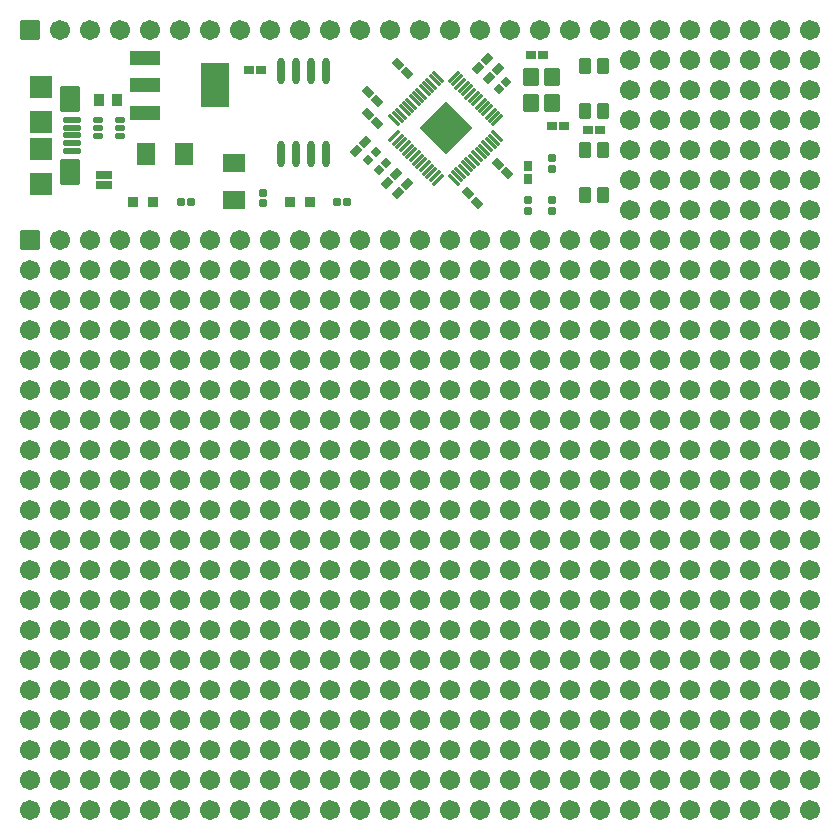
<source format=gts>
G04 Layer: TopSolderMaskLayer*
G04 EasyEDA v6.5.14, 2022-08-20 14:37:37*
G04 4645136cb0f74b4096413293ac8c450d,6126cb6f80e34288b1b51c63ee1abbf7,10*
G04 Gerber Generator version 0.2*
G04 Scale: 100 percent, Rotated: No, Reflected: No *
G04 Dimensions in millimeters *
G04 leading zeros omitted , absolute positions ,4 integer and 5 decimal *
%FSLAX45Y45*%
%MOMM*%

%AMMACRO1*1,1,$1,$2,$3*1,1,$1,$4,$5*1,1,$1,0-$2,0-$3*1,1,$1,0-$4,0-$5*20,1,$1,$2,$3,$4,$5,0*20,1,$1,$4,$5,0-$2,0-$3,0*20,1,$1,0-$2,0-$3,0-$4,0-$5,0*20,1,$1,0-$4,0-$5,$2,$3,0*4,1,4,$2,$3,$4,$5,0-$2,0-$3,0-$4,0-$5,$2,$3,0*%
%AMMACRO2*4,1,4,-0.6858,-0.3683,-0.6858,0.3683,0.6858,0.3683,0.6858,-0.3683,-0.6858,-0.3683,0*%
%ADD10MACRO1,0.1016X-0.4032X-0.432X-0.4032X0.432*%
%ADD11MACRO1,0.1016X0.4032X-0.432X0.4032X0.432*%
%ADD12MACRO1,0.1016X0.395X0.27X0.395X-0.27*%
%ADD13MACRO1,0.1016X-0.395X0.27X-0.395X-0.27*%
%ADD14MACRO1,0.1016X-0.27X0.395X0.27X0.395*%
%ADD15MACRO1,0.1016X-0.27X-0.395X0.27X-0.395*%
%ADD16MACRO1,0.1016X-0.27X0.2828X0.27X0.2828*%
%ADD17MACRO1,0.1016X-0.27X-0.2828X0.27X-0.2828*%
%ADD18MACRO1,0.1016X0.45X-0.625X-0.45X-0.625*%
%ADD19MACRO1,0.1016X0.27X-0.2828X-0.27X-0.2828*%
%ADD20MACRO1,0.1016X0.27X0.2828X-0.27X0.2828*%
%ADD21MACRO1,0.1016X1.25X-0.55X-1.25X-0.55*%
%ADD22MACRO1,0.1016X-1.17X-1.8X-1.17X1.8*%
%ADD23MACRO2*%
%ADD24MACRO1,0.1016X0.7425X0.864X0.7425X-0.864*%
%ADD25MACRO1,0.1016X-0.7425X0.864X-0.7425X-0.864*%
%ADD26MACRO1,0.1016X0.864X-0.7425X-0.864X-0.7425*%
%ADD27MACRO1,0.1016X0.864X0.7425X-0.864X0.7425*%
%ADD28C,1.7016*%
%ADD29MACRO1,0.1016X-0.8X0.8X0.8X0.8*%
%ADD30MACRO1,0.1X0.3182X-0.4596X-0.4596X0.3182*%
%ADD31MACRO1,0.1X0.4596X0.3182X-0.3182X-0.4596*%
%ADD32MACRO1,0.1X-0.3182X0.4596X0.4596X-0.3182*%
%ADD33MACRO1,0.1X-0.4596X-0.3182X0.3182X0.4596*%
%ADD34MACRO1,0.1X0X-2.192X-2.192X0*%
%ADD35O,0.6299962X2.2500082*%
%ADD36MACRO1,0.1016X-0.4X-0.4X-0.4X0.4*%
%ADD37MACRO1,0.1016X0.9X0.9X0.9X-0.9*%
%ADD38MACRO1,0.1016X0.8X1.05X0.8X-1.05*%
%ADD39MACRO1,0.1016X0.675X0.2X0.675X-0.2*%
%ADD40MACRO1,0.1016X0.35X-0.21X-0.35X-0.21*%
%ADD41MACRO1,0.1016X-0.6X-0.7X-0.6X0.7*%
%ADD42MACRO1,0.1016X-0.0884X-0.4703X-0.4703X-0.0884*%
%ADD43MACRO1,0.1016X0.4703X0.0884X0.0884X0.4703*%
%ADD44MACRO1,0.1016X0.0884X0.4703X0.4703X0.0884*%
%ADD45MACRO1,0.1016X-0.4703X-0.0884X-0.0884X-0.4703*%
%ADD46MACRO1,0.1016X0.4703X-0.0884X0.0884X-0.4703*%
%ADD47MACRO1,0.1016X-0.0884X0.4703X-0.4703X0.0884*%
%ADD48MACRO1,0.1016X0.0091X0.3909X0.3909X0.009*%
%ADD49MACRO1,0.1016X-0.3909X-0.0091X-0.0091X-0.3909*%
%ADD50MACRO1,0.1016X-0.0091X-0.3909X-0.3909X-0.0091*%
%ADD51MACRO1,0.1016X0.3909X0.0091X0.0091X0.3909*%
%ADD52MACRO1,0.1016X-0.0091X-0.3909X-0.3909X-0.009*%
%ADD53MACRO1,0.1016X-0.2828X-0.27X-0.2828X0.27*%
%ADD54MACRO1,0.1016X0.2828X-0.27X0.2828X0.27*%
%ADD55MACRO1,0.1016X-0.395X-0.27X-0.395X0.27*%
%ADD56MACRO1,0.1016X0.395X-0.27X0.395X0.27*%
%ADD57MACRO1,0.1016X-0.0884X0.4702X-0.4703X0.0884*%
%ADD58MACRO1,0.1016X-0.4703X0.0884X-0.0884X0.4703*%
%ADD59MACRO1,0.1016X0.0884X-0.4703X0.4703X-0.0884*%
%ADD60C,0.0199*%

%LPD*%
D10*
G01*
X4469517Y8864582D03*
D11*
G01*
X4318867Y8864582D03*
D12*
G01*
X8454476Y8610582D03*
D13*
G01*
X8563488Y8610582D03*
D14*
G01*
X7950184Y8200476D03*
D15*
G01*
X7950184Y8309488D03*
D16*
G01*
X8153384Y8287899D03*
D17*
G01*
X8153384Y8374465D03*
D18*
G01*
X8433981Y8062481D03*
G01*
X8433981Y8447482D03*
G01*
X8583983Y8447482D03*
G01*
X8583983Y8062481D03*
G01*
X8433981Y8773681D03*
G01*
X8433981Y9158682D03*
G01*
X8583983Y9158682D03*
G01*
X8583983Y8773681D03*
D16*
G01*
X8153384Y7932301D03*
D17*
G01*
X8153384Y8018867D03*
D19*
G01*
X7950184Y8018867D03*
D20*
G01*
X7950184Y7932301D03*
D21*
G01*
X4706796Y9221579D03*
G01*
X4706796Y8991582D03*
G01*
X4706796Y8761585D03*
D22*
G01*
X5300792Y8991582D03*
D23*
G01*
X4356100Y8150859D03*
G01*
X4356100Y8232140D03*
D24*
G01*
X4717539Y8407382D03*
D25*
G01*
X5036040Y8407382D03*
D26*
G01*
X5460989Y8338035D03*
D27*
G01*
X5460989Y8019534D03*
D28*
G01*
X8559800Y7683474D03*
G01*
X8305800Y7683474D03*
G01*
X8051800Y7683474D03*
G01*
X7797800Y7683474D03*
G01*
X7543800Y7683474D03*
G01*
X7289800Y7683474D03*
G01*
X7035800Y7683474D03*
G01*
X6781800Y7683474D03*
G01*
X6527800Y7683474D03*
G01*
X6273800Y7683474D03*
G01*
X6019800Y7683474D03*
G01*
X5765800Y7683474D03*
G01*
X5511800Y7683474D03*
G01*
X5257800Y7683474D03*
G01*
X5003800Y7683474D03*
G01*
X4749800Y7683474D03*
G01*
X4495800Y7683474D03*
G01*
X4241800Y7683474D03*
G01*
X3987800Y7683474D03*
D29*
G01*
X3733787Y7683484D03*
D28*
G01*
X8559800Y9461474D03*
G01*
X8305800Y9461474D03*
G01*
X8051800Y9461474D03*
G01*
X7797800Y9461474D03*
G01*
X7543800Y9461474D03*
G01*
X7289800Y9461474D03*
G01*
X7035800Y9461474D03*
G01*
X6781800Y9461474D03*
G01*
X6527800Y9461474D03*
G01*
X6273800Y9461474D03*
G01*
X6019800Y9461474D03*
G01*
X5765800Y9461474D03*
G01*
X5511800Y9461474D03*
G01*
X5257800Y9461474D03*
G01*
X5003800Y9461474D03*
G01*
X4749800Y9461474D03*
G01*
X4495800Y9461474D03*
G01*
X4241800Y9461474D03*
G01*
X3987800Y9461474D03*
D29*
G01*
X3733787Y9461482D03*
D30*
G01*
X7321268Y8193794D03*
G01*
X7349554Y8222081D03*
G01*
X7377842Y8250369D03*
G01*
X7406130Y8278657D03*
G01*
X7434400Y8306927D03*
G01*
X7462688Y8335215D03*
G01*
X7490975Y8363503D03*
G01*
X7519263Y8391791D03*
G01*
X7547551Y8420078D03*
G01*
X7575821Y8448348D03*
G01*
X7604109Y8476636D03*
G01*
X7632397Y8504924D03*
G01*
X7660685Y8533212D03*
G01*
X7688972Y8561499D03*
D31*
G01*
X7688954Y8695852D03*
G01*
X7660684Y8724121D03*
G01*
X7632396Y8752409D03*
G01*
X7604108Y8780697D03*
G01*
X7575820Y8808985D03*
G01*
X7547532Y8837273D03*
G01*
X7519262Y8865543D03*
G01*
X7490974Y8893831D03*
G01*
X7462687Y8922119D03*
G01*
X7434399Y8950407D03*
G01*
X7406112Y8978695D03*
G01*
X7377842Y9006965D03*
G01*
X7349554Y9035252D03*
G01*
X7321266Y9063540D03*
D32*
G01*
X7186914Y9063558D03*
G01*
X7158626Y9035271D03*
G01*
X7130340Y9006983D03*
G01*
X7102052Y8978695D03*
G01*
X7073764Y8950407D03*
G01*
X7045493Y8922137D03*
G01*
X7017205Y8893849D03*
G01*
X6988917Y8865561D03*
G01*
X6960629Y8837273D03*
G01*
X6932341Y8808985D03*
G01*
X6904071Y8780715D03*
G01*
X6875783Y8752427D03*
G01*
X6847495Y8724140D03*
G01*
X6819209Y8695852D03*
D33*
G01*
X6819226Y8561500D03*
G01*
X6847514Y8533212D03*
G01*
X6875801Y8504924D03*
G01*
X6904071Y8476654D03*
G01*
X6932359Y8448367D03*
G01*
X6960647Y8420079D03*
G01*
X6988935Y8391792D03*
G01*
X7017223Y8363504D03*
G01*
X7045493Y8335234D03*
G01*
X7073781Y8306946D03*
G01*
X7102069Y8278658D03*
G01*
X7130357Y8250370D03*
G01*
X7158645Y8222082D03*
G01*
X7186914Y8193812D03*
D34*
G01*
X7254090Y8628669D03*
D35*
G01*
X5854700Y8409965D03*
G01*
X5981700Y8409965D03*
G01*
X6108700Y8409965D03*
G01*
X6235700Y8409965D03*
G01*
X5854700Y9115983D03*
G01*
X5981700Y9115983D03*
G01*
X6108700Y9115983D03*
G01*
X6235700Y9115983D03*
D36*
G01*
X4601900Y8000984D03*
G01*
X4772080Y8000984D03*
G01*
X5934699Y8000984D03*
G01*
X6104879Y8000984D03*
D37*
G01*
X3825646Y8157983D03*
G01*
X3825646Y8452985D03*
G01*
X3825646Y8682981D03*
G01*
X3825646Y8977983D03*
D38*
G01*
X4072585Y8257981D03*
G01*
X4072585Y8877984D03*
D39*
G01*
X4087139Y8437984D03*
G01*
X4087139Y8502982D03*
G01*
X4087139Y8567983D03*
G01*
X4087139Y8632982D03*
G01*
X4087139Y8697983D03*
D40*
G01*
X4495684Y8630983D03*
G01*
X4495684Y8695982D03*
G01*
X4311699Y8695982D03*
G01*
X4311699Y8630983D03*
G01*
X4311699Y8565984D03*
G01*
X4495684Y8565984D03*
D41*
G01*
X8151972Y8843482D03*
G01*
X8151972Y9063481D03*
G01*
X7976966Y9063481D03*
G01*
X7976971Y8843482D03*
D42*
G01*
X6921929Y8153826D03*
D43*
G01*
X6844846Y8076744D03*
D44*
G01*
X7527742Y9140541D03*
D45*
G01*
X7604824Y9217624D03*
D12*
G01*
X8149678Y8648680D03*
D13*
G01*
X8258690Y8648680D03*
D12*
G01*
X7971878Y9245582D03*
D13*
G01*
X8080890Y9245582D03*
D44*
G01*
X6489246Y8432341D03*
D45*
G01*
X6566329Y8509424D03*
D46*
G01*
X6590846Y8750724D03*
D47*
G01*
X6667929Y8673640D03*
D48*
G01*
X7705779Y8959476D03*
D49*
G01*
X7766991Y9020686D03*
D19*
G01*
X5702289Y8082367D03*
D20*
G01*
X5702289Y7995801D03*
D50*
G01*
X6748891Y8336386D03*
D51*
G01*
X6687680Y8275175D03*
D52*
G01*
X6659991Y8425286D03*
D51*
G01*
X6598780Y8364076D03*
D53*
G01*
X5095873Y8000984D03*
D54*
G01*
X5009307Y8000984D03*
D53*
G01*
X6418670Y8000984D03*
D54*
G01*
X6332104Y8000984D03*
D55*
G01*
X5693295Y9118582D03*
D56*
G01*
X5584283Y9118582D03*
D46*
G01*
X7442144Y8077222D03*
D57*
G01*
X7519226Y8000140D03*
D58*
G01*
X6670329Y8856841D03*
D59*
G01*
X6593246Y8933924D03*
D46*
G01*
X7698141Y8324324D03*
D47*
G01*
X7775224Y8247240D03*
D58*
G01*
X6924325Y9098141D03*
D59*
G01*
X6847243Y9175224D03*
D44*
G01*
X7622245Y9052339D03*
D45*
G01*
X7699328Y9129422D03*
D42*
G01*
X6833029Y8242726D03*
D43*
G01*
X6755946Y8165644D03*
D28*
G01*
X8813774Y9461474D03*
G01*
X8813774Y9207474D03*
G01*
X8813774Y8953474D03*
G01*
X8813774Y8699474D03*
G01*
X8813774Y8445474D03*
G01*
X8813774Y8191474D03*
G01*
X8813774Y7937474D03*
G01*
X8813774Y7683474D03*
G01*
X3733800Y2857500D03*
G01*
X3733800Y3111500D03*
G01*
X3733800Y3365500D03*
G01*
X3733800Y3619500D03*
G01*
X3733800Y3873500D03*
G01*
X3733800Y4127500D03*
G01*
X3733800Y4381500D03*
G01*
X3733800Y4635500D03*
G01*
X3733800Y4889500D03*
G01*
X3733800Y5143500D03*
G01*
X3733800Y5397500D03*
G01*
X3733800Y5651500D03*
G01*
X3733800Y5905474D03*
G01*
X3733800Y6159474D03*
G01*
X3733800Y6413474D03*
G01*
X3733800Y6667474D03*
G01*
X3733800Y6921474D03*
G01*
X3733800Y7175474D03*
G01*
X3733800Y7429474D03*
G01*
X3987800Y7429474D03*
G01*
X3987800Y7175474D03*
G01*
X3987800Y6921474D03*
G01*
X3987800Y6667474D03*
G01*
X3987800Y6413474D03*
G01*
X3987800Y6159474D03*
G01*
X3987800Y5905474D03*
G01*
X3987800Y5651500D03*
G01*
X3987800Y5397500D03*
G01*
X3987800Y5143500D03*
G01*
X3987800Y4889500D03*
G01*
X3987800Y4635500D03*
G01*
X3987800Y4381500D03*
G01*
X3987800Y4127500D03*
G01*
X3987800Y3873500D03*
G01*
X3987800Y3619500D03*
G01*
X3987800Y3365500D03*
G01*
X3987800Y3111500D03*
G01*
X3987800Y2857500D03*
G01*
X4495800Y2857500D03*
G01*
X4495800Y3111500D03*
G01*
X4495800Y3365500D03*
G01*
X4495800Y3619500D03*
G01*
X4495800Y3873500D03*
G01*
X4495800Y4127500D03*
G01*
X4495800Y4381500D03*
G01*
X4495800Y4635500D03*
G01*
X4495800Y4889500D03*
G01*
X4495800Y5143500D03*
G01*
X4495800Y5397500D03*
G01*
X4495800Y5651500D03*
G01*
X4495800Y5905474D03*
G01*
X4495800Y6159474D03*
G01*
X4495800Y6413474D03*
G01*
X4495800Y6667474D03*
G01*
X4495800Y6921474D03*
G01*
X4495800Y7175474D03*
G01*
X4495800Y7429474D03*
G01*
X4241800Y7429474D03*
G01*
X4241800Y7175474D03*
G01*
X4241800Y6921474D03*
G01*
X4241800Y6667474D03*
G01*
X4241800Y6413474D03*
G01*
X4241800Y6159474D03*
G01*
X4241800Y5905474D03*
G01*
X4241800Y5651500D03*
G01*
X4241800Y5397500D03*
G01*
X4241800Y5143500D03*
G01*
X4241800Y4889500D03*
G01*
X4241800Y4635500D03*
G01*
X4241800Y4381500D03*
G01*
X4241800Y4127500D03*
G01*
X4241800Y3873500D03*
G01*
X4241800Y3619500D03*
G01*
X4241800Y3365500D03*
G01*
X4241800Y3111500D03*
G01*
X4241800Y2857500D03*
G01*
X5257800Y2857500D03*
G01*
X5257800Y3111500D03*
G01*
X5257800Y3365500D03*
G01*
X5257800Y3619500D03*
G01*
X5257800Y3873500D03*
G01*
X5257800Y4127500D03*
G01*
X5257800Y4381500D03*
G01*
X5257800Y4635500D03*
G01*
X5257800Y4889500D03*
G01*
X5257800Y5143500D03*
G01*
X5257800Y5397500D03*
G01*
X5257800Y5651500D03*
G01*
X5257800Y5905474D03*
G01*
X5257800Y6159474D03*
G01*
X5257800Y6413474D03*
G01*
X5257800Y6667474D03*
G01*
X5257800Y6921474D03*
G01*
X5257800Y7175474D03*
G01*
X5257800Y7429474D03*
G01*
X5511800Y7429474D03*
G01*
X5511800Y7175474D03*
G01*
X5511800Y6921474D03*
G01*
X5511800Y6667474D03*
G01*
X5511800Y6413474D03*
G01*
X5511800Y6159474D03*
G01*
X5511800Y5905474D03*
G01*
X5511800Y5651500D03*
G01*
X5511800Y5397500D03*
G01*
X5511800Y5143500D03*
G01*
X5511800Y4889500D03*
G01*
X5511800Y4635500D03*
G01*
X5511800Y4381500D03*
G01*
X5511800Y4127500D03*
G01*
X5511800Y3873500D03*
G01*
X5511800Y3619500D03*
G01*
X5511800Y3365500D03*
G01*
X5511800Y3111500D03*
G01*
X5511800Y2857500D03*
G01*
X5003800Y2857500D03*
G01*
X5003800Y3111500D03*
G01*
X5003800Y3365500D03*
G01*
X5003800Y3619500D03*
G01*
X5003800Y3873500D03*
G01*
X5003800Y4127500D03*
G01*
X5003800Y4381500D03*
G01*
X5003800Y4635500D03*
G01*
X5003800Y4889500D03*
G01*
X5003800Y5143500D03*
G01*
X5003800Y5397500D03*
G01*
X5003800Y5651500D03*
G01*
X5003800Y5905474D03*
G01*
X5003800Y6159474D03*
G01*
X5003800Y6413474D03*
G01*
X5003800Y6667474D03*
G01*
X5003800Y6921474D03*
G01*
X5003800Y7175474D03*
G01*
X5003800Y7429474D03*
G01*
X4749800Y7429474D03*
G01*
X4749800Y7175474D03*
G01*
X4749800Y6921474D03*
G01*
X4749800Y6667474D03*
G01*
X4749800Y6413474D03*
G01*
X4749800Y6159474D03*
G01*
X4749800Y5905474D03*
G01*
X4749800Y5651500D03*
G01*
X4749800Y5397500D03*
G01*
X4749800Y5143500D03*
G01*
X4749800Y4889500D03*
G01*
X4749800Y4635500D03*
G01*
X4749800Y4381500D03*
G01*
X4749800Y4127500D03*
G01*
X4749800Y3873500D03*
G01*
X4749800Y3619500D03*
G01*
X4749800Y3365500D03*
G01*
X4749800Y3111500D03*
G01*
X4749800Y2857500D03*
G01*
X6781774Y2857500D03*
G01*
X6781774Y3111500D03*
G01*
X6781774Y3365500D03*
G01*
X6781774Y3619500D03*
G01*
X6781774Y3873500D03*
G01*
X6781774Y4127500D03*
G01*
X6781774Y4381500D03*
G01*
X6781774Y4635500D03*
G01*
X6781774Y4889500D03*
G01*
X6781774Y5143500D03*
G01*
X6781774Y5397500D03*
G01*
X6781774Y5651500D03*
G01*
X6781774Y5905474D03*
G01*
X6781774Y6159474D03*
G01*
X6781774Y6413474D03*
G01*
X6781774Y6667474D03*
G01*
X6781774Y6921474D03*
G01*
X6781774Y7175474D03*
G01*
X6781774Y7429474D03*
G01*
X7035774Y7429474D03*
G01*
X7035774Y7175474D03*
G01*
X7035774Y6921474D03*
G01*
X7035774Y6667474D03*
G01*
X7035774Y6413474D03*
G01*
X7035774Y6159474D03*
G01*
X7035774Y5905474D03*
G01*
X7035774Y5651500D03*
G01*
X7035774Y5397500D03*
G01*
X7035774Y5143500D03*
G01*
X7035774Y4889500D03*
G01*
X7035774Y4635500D03*
G01*
X7035774Y4381500D03*
G01*
X7035774Y4127500D03*
G01*
X7035774Y3873500D03*
G01*
X7035774Y3619500D03*
G01*
X7035774Y3365500D03*
G01*
X7035774Y3111500D03*
G01*
X7035774Y2857500D03*
G01*
X7543774Y2857500D03*
G01*
X7543774Y3111500D03*
G01*
X7543774Y3365500D03*
G01*
X7543774Y3619500D03*
G01*
X7543774Y3873500D03*
G01*
X7543774Y4127500D03*
G01*
X7543774Y4381500D03*
G01*
X7543774Y4635500D03*
G01*
X7543774Y4889500D03*
G01*
X7543774Y5143500D03*
G01*
X7543774Y5397500D03*
G01*
X7543774Y5651500D03*
G01*
X7543774Y5905474D03*
G01*
X7543774Y6159474D03*
G01*
X7543774Y6413474D03*
G01*
X7543774Y6667474D03*
G01*
X7543774Y6921474D03*
G01*
X7543774Y7175474D03*
G01*
X7543774Y7429474D03*
G01*
X7289774Y7429474D03*
G01*
X7289774Y7175474D03*
G01*
X7289774Y6921474D03*
G01*
X7289774Y6667474D03*
G01*
X7289774Y6413474D03*
G01*
X7289774Y6159474D03*
G01*
X7289774Y5905474D03*
G01*
X7289774Y5651500D03*
G01*
X7289774Y5397500D03*
G01*
X7289774Y5143500D03*
G01*
X7289774Y4889500D03*
G01*
X7289774Y4635500D03*
G01*
X7289774Y4381500D03*
G01*
X7289774Y4127500D03*
G01*
X7289774Y3873500D03*
G01*
X7289774Y3619500D03*
G01*
X7289774Y3365500D03*
G01*
X7289774Y3111500D03*
G01*
X7289774Y2857500D03*
G01*
X6273800Y2857500D03*
G01*
X6273800Y3111500D03*
G01*
X6273800Y3365500D03*
G01*
X6273800Y3619500D03*
G01*
X6273800Y3873500D03*
G01*
X6273800Y4127500D03*
G01*
X6273800Y4381500D03*
G01*
X6273800Y4635500D03*
G01*
X6273800Y4889500D03*
G01*
X6273800Y5143500D03*
G01*
X6273800Y5397500D03*
G01*
X6273800Y5651500D03*
G01*
X6273800Y5905474D03*
G01*
X6273800Y6159474D03*
G01*
X6273800Y6413474D03*
G01*
X6273800Y6667474D03*
G01*
X6273800Y6921474D03*
G01*
X6273800Y7175474D03*
G01*
X6273800Y7429474D03*
G01*
X6527800Y7429474D03*
G01*
X6527800Y7175474D03*
G01*
X6527800Y6921474D03*
G01*
X6527800Y6667474D03*
G01*
X6527800Y6413474D03*
G01*
X6527800Y6159474D03*
G01*
X6527800Y5905474D03*
G01*
X6527800Y5651500D03*
G01*
X6527800Y5397500D03*
G01*
X6527800Y5143500D03*
G01*
X6527800Y4889500D03*
G01*
X6527800Y4635500D03*
G01*
X6527800Y4381500D03*
G01*
X6527800Y4127500D03*
G01*
X6527800Y3873500D03*
G01*
X6527800Y3619500D03*
G01*
X6527800Y3365500D03*
G01*
X6527800Y3111500D03*
G01*
X6527800Y2857500D03*
G01*
X6019800Y2857500D03*
G01*
X6019800Y3111500D03*
G01*
X6019800Y3365500D03*
G01*
X6019800Y3619500D03*
G01*
X6019800Y3873500D03*
G01*
X6019800Y4127500D03*
G01*
X6019800Y4381500D03*
G01*
X6019800Y4635500D03*
G01*
X6019800Y4889500D03*
G01*
X6019800Y5143500D03*
G01*
X6019800Y5397500D03*
G01*
X6019800Y5651500D03*
G01*
X6019800Y5905474D03*
G01*
X6019800Y6159474D03*
G01*
X6019800Y6413474D03*
G01*
X6019800Y6667474D03*
G01*
X6019800Y6921474D03*
G01*
X6019800Y7175474D03*
G01*
X6019800Y7429474D03*
G01*
X5765800Y7429474D03*
G01*
X5765800Y7175474D03*
G01*
X5765800Y6921474D03*
G01*
X5765800Y6667474D03*
G01*
X5765800Y6413474D03*
G01*
X5765800Y6159474D03*
G01*
X5765800Y5905474D03*
G01*
X5765800Y5651500D03*
G01*
X5765800Y5397500D03*
G01*
X5765800Y5143500D03*
G01*
X5765800Y4889500D03*
G01*
X5765800Y4635500D03*
G01*
X5765800Y4381500D03*
G01*
X5765800Y4127500D03*
G01*
X5765800Y3873500D03*
G01*
X5765800Y3619500D03*
G01*
X5765800Y3365500D03*
G01*
X5765800Y3111500D03*
G01*
X5765800Y2857500D03*
G01*
X8813774Y2857500D03*
G01*
X8813774Y3111500D03*
G01*
X8813774Y3365500D03*
G01*
X8813774Y3619500D03*
G01*
X8813774Y3873500D03*
G01*
X8813774Y4127500D03*
G01*
X8813774Y4381500D03*
G01*
X8813774Y4635500D03*
G01*
X8813774Y4889500D03*
G01*
X8813774Y5143500D03*
G01*
X8813774Y5397500D03*
G01*
X8813774Y5651500D03*
G01*
X8813774Y5905474D03*
G01*
X8813774Y6159474D03*
G01*
X8813774Y6413474D03*
G01*
X8813774Y6667474D03*
G01*
X8813774Y6921474D03*
G01*
X8813774Y7175474D03*
G01*
X8813774Y7429474D03*
G01*
X9067774Y7429474D03*
G01*
X9067774Y7175474D03*
G01*
X9067774Y6921474D03*
G01*
X9067774Y6667474D03*
G01*
X9067774Y6413474D03*
G01*
X9067774Y6159474D03*
G01*
X9067774Y5905474D03*
G01*
X9067774Y5651500D03*
G01*
X9067774Y5397500D03*
G01*
X9067774Y5143500D03*
G01*
X9067774Y4889500D03*
G01*
X9067774Y4635500D03*
G01*
X9067774Y4381500D03*
G01*
X9067774Y4127500D03*
G01*
X9067774Y3873500D03*
G01*
X9067774Y3619500D03*
G01*
X9067774Y3365500D03*
G01*
X9067774Y3111500D03*
G01*
X9067774Y2857500D03*
G01*
X9575774Y2857500D03*
G01*
X9575774Y3111500D03*
G01*
X9575774Y3365500D03*
G01*
X9575774Y3619500D03*
G01*
X9575774Y3873500D03*
G01*
X9575774Y4127500D03*
G01*
X9575774Y4381500D03*
G01*
X9575774Y4635500D03*
G01*
X9575774Y4889500D03*
G01*
X9575774Y5143500D03*
G01*
X9575774Y5397500D03*
G01*
X9575774Y5651500D03*
G01*
X9575774Y5905474D03*
G01*
X9575774Y6159474D03*
G01*
X9575774Y6413474D03*
G01*
X9575774Y6667474D03*
G01*
X9575774Y6921474D03*
G01*
X9575774Y7175474D03*
G01*
X9575774Y7429474D03*
G01*
X9321774Y7429474D03*
G01*
X9321774Y7175474D03*
G01*
X9321774Y6921474D03*
G01*
X9321774Y6667474D03*
G01*
X9321774Y6413474D03*
G01*
X9321774Y6159474D03*
G01*
X9321774Y5905474D03*
G01*
X9321774Y5651500D03*
G01*
X9321774Y5397500D03*
G01*
X9321774Y5143500D03*
G01*
X9321774Y4889500D03*
G01*
X9321774Y4635500D03*
G01*
X9321774Y4381500D03*
G01*
X9321774Y4127500D03*
G01*
X9321774Y3873500D03*
G01*
X9321774Y3619500D03*
G01*
X9321774Y3365500D03*
G01*
X9321774Y3111500D03*
G01*
X9321774Y2857500D03*
G01*
X8305774Y2857500D03*
G01*
X8305774Y3111500D03*
G01*
X8305774Y3365500D03*
G01*
X8305774Y3619500D03*
G01*
X8305774Y3873500D03*
G01*
X8305774Y4127500D03*
G01*
X8305774Y4381500D03*
G01*
X8305774Y4635500D03*
G01*
X8305774Y4889500D03*
G01*
X8305774Y5143500D03*
G01*
X8305774Y5397500D03*
G01*
X8305774Y5651500D03*
G01*
X8305774Y5905474D03*
G01*
X8305774Y6159474D03*
G01*
X8305774Y6413474D03*
G01*
X8305774Y6667474D03*
G01*
X8305774Y6921474D03*
G01*
X8305774Y7175474D03*
G01*
X8305774Y7429474D03*
G01*
X8559774Y7429474D03*
G01*
X8559774Y7175474D03*
G01*
X8559774Y6921474D03*
G01*
X8559774Y6667474D03*
G01*
X8559774Y6413474D03*
G01*
X8559774Y6159474D03*
G01*
X8559774Y5905474D03*
G01*
X8559774Y5651500D03*
G01*
X8559774Y5397500D03*
G01*
X8559774Y5143500D03*
G01*
X8559774Y4889500D03*
G01*
X8559774Y4635500D03*
G01*
X8559774Y4381500D03*
G01*
X8559774Y4127500D03*
G01*
X8559774Y3873500D03*
G01*
X8559774Y3619500D03*
G01*
X8559774Y3365500D03*
G01*
X8559774Y3111500D03*
G01*
X8559774Y2857500D03*
G01*
X8051774Y2857500D03*
G01*
X8051774Y3111500D03*
G01*
X8051774Y3365500D03*
G01*
X8051774Y3619500D03*
G01*
X8051774Y3873500D03*
G01*
X8051774Y4127500D03*
G01*
X8051774Y4381500D03*
G01*
X8051774Y4635500D03*
G01*
X8051774Y4889500D03*
G01*
X8051774Y5143500D03*
G01*
X8051774Y5397500D03*
G01*
X8051774Y5651500D03*
G01*
X8051774Y5905474D03*
G01*
X8051774Y6159474D03*
G01*
X8051774Y6413474D03*
G01*
X8051774Y6667474D03*
G01*
X8051774Y6921474D03*
G01*
X8051774Y7175474D03*
G01*
X8051774Y7429474D03*
G01*
X7797774Y7429474D03*
G01*
X7797774Y7175474D03*
G01*
X7797774Y6921474D03*
G01*
X7797774Y6667474D03*
G01*
X7797774Y6413474D03*
G01*
X7797774Y6159474D03*
G01*
X7797774Y5905474D03*
G01*
X7797774Y5651500D03*
G01*
X7797774Y5397500D03*
G01*
X7797774Y5143500D03*
G01*
X7797774Y4889500D03*
G01*
X7797774Y4635500D03*
G01*
X7797774Y4381500D03*
G01*
X7797774Y4127500D03*
G01*
X7797774Y3873500D03*
G01*
X7797774Y3619500D03*
G01*
X7797774Y3365500D03*
G01*
X7797774Y3111500D03*
G01*
X7797774Y2857500D03*
G01*
X9829774Y2857500D03*
G01*
X9829774Y3111500D03*
G01*
X9829774Y3365500D03*
G01*
X9829774Y3619500D03*
G01*
X9829774Y3873500D03*
G01*
X9829774Y4127500D03*
G01*
X9829774Y4381500D03*
G01*
X9829774Y4635500D03*
G01*
X9829774Y4889500D03*
G01*
X9829774Y5143500D03*
G01*
X9829774Y5397500D03*
G01*
X9829774Y5651500D03*
G01*
X9829774Y5905474D03*
G01*
X9829774Y6159474D03*
G01*
X9829774Y6413474D03*
G01*
X9829774Y6667474D03*
G01*
X9829774Y6921474D03*
G01*
X9829774Y7175474D03*
G01*
X9829774Y7429474D03*
G01*
X10083774Y2857500D03*
G01*
X10083774Y3111500D03*
G01*
X10083774Y3365500D03*
G01*
X10083774Y3619500D03*
G01*
X10083774Y3873500D03*
G01*
X10083774Y4127500D03*
G01*
X10083774Y4381500D03*
G01*
X10083774Y4635500D03*
G01*
X10083774Y4889500D03*
G01*
X10083774Y5143500D03*
G01*
X10083774Y5397500D03*
G01*
X10083774Y5651500D03*
G01*
X10083774Y5905474D03*
G01*
X10083774Y6159474D03*
G01*
X10083774Y6413474D03*
G01*
X10083774Y6667474D03*
G01*
X10083774Y6921474D03*
G01*
X10083774Y7175474D03*
G01*
X10083774Y7429474D03*
G01*
X10337774Y2857500D03*
G01*
X10337774Y3111500D03*
G01*
X10337774Y3365500D03*
G01*
X10337774Y3619500D03*
G01*
X10337774Y3873500D03*
G01*
X10337774Y4127500D03*
G01*
X10337774Y4381500D03*
G01*
X10337774Y4635500D03*
G01*
X10337774Y4889500D03*
G01*
X10337774Y5143500D03*
G01*
X10337774Y5397500D03*
G01*
X10337774Y5651500D03*
G01*
X10337774Y5905474D03*
G01*
X10337774Y6159474D03*
G01*
X10337774Y6413474D03*
G01*
X10337774Y6667474D03*
G01*
X10337774Y6921474D03*
G01*
X10337774Y7175474D03*
G01*
X10337774Y7429474D03*
G01*
X9067774Y7683474D03*
G01*
X9067774Y7937474D03*
G01*
X9067774Y8191474D03*
G01*
X9067774Y8445474D03*
G01*
X9067774Y8699474D03*
G01*
X9067774Y8953474D03*
G01*
X9067774Y9207474D03*
G01*
X9067774Y9461474D03*
G01*
X9575774Y9461474D03*
G01*
X9575774Y9207474D03*
G01*
X9575774Y8953474D03*
G01*
X9575774Y8699474D03*
G01*
X9575774Y8445474D03*
G01*
X9575774Y8191474D03*
G01*
X9575774Y7937474D03*
G01*
X9575774Y7683474D03*
G01*
X9321774Y7683474D03*
G01*
X9321774Y7937474D03*
G01*
X9321774Y8191474D03*
G01*
X9321774Y8445474D03*
G01*
X9321774Y8699474D03*
G01*
X9321774Y8953474D03*
G01*
X9321774Y9207474D03*
G01*
X9321774Y9461474D03*
G01*
X10083774Y9461474D03*
G01*
X10083774Y9207474D03*
G01*
X10083774Y8953474D03*
G01*
X10083774Y8699474D03*
G01*
X10083774Y8445474D03*
G01*
X10083774Y8191474D03*
G01*
X10083774Y7937474D03*
G01*
X10083774Y7683474D03*
G01*
X10337774Y7683474D03*
G01*
X10337774Y7937474D03*
G01*
X10337774Y8191474D03*
G01*
X10337774Y8445474D03*
G01*
X10337774Y8699474D03*
G01*
X10337774Y8953474D03*
G01*
X10337774Y9207474D03*
G01*
X10337774Y9461474D03*
G01*
X9829774Y9461474D03*
G01*
X9829774Y9207474D03*
G01*
X9829774Y8953474D03*
G01*
X9829774Y8699474D03*
G01*
X9829774Y8445474D03*
G01*
X9829774Y8191474D03*
G01*
X9829774Y7937474D03*
G01*
X9829774Y7683474D03*
M02*

</source>
